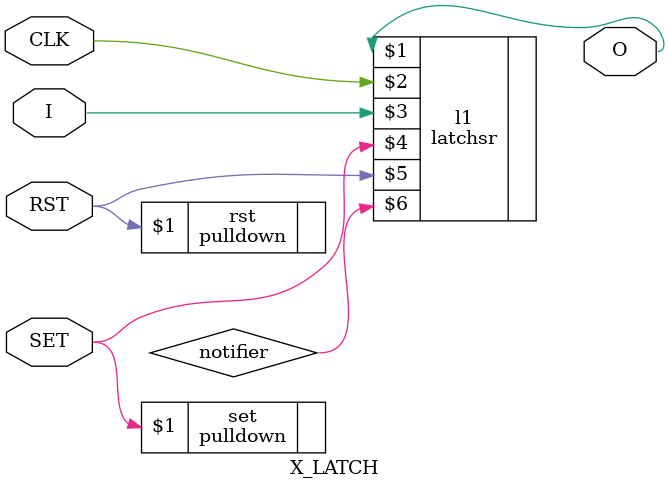
<source format=v>

`celldefine
`timescale 1 ps/1 ps

module X_LATCH (O, CLK, I, RST, SET);

  parameter INIT = 1'b0;
  parameter LOC = "UNPLACED";
  output O;
  input I, CLK, SET, RST;

  wire nrst, nset, in_clk_enable;
  reg notifier;

  pulldown rst (RST);
  pulldown set (SET);
    
  not (nrst, RST);
  not (nset, SET);

  and (in_clk_enable, nrst, nset);

  latchsr l1 (O, CLK, I, SET, RST, notifier);

endmodule

</source>
